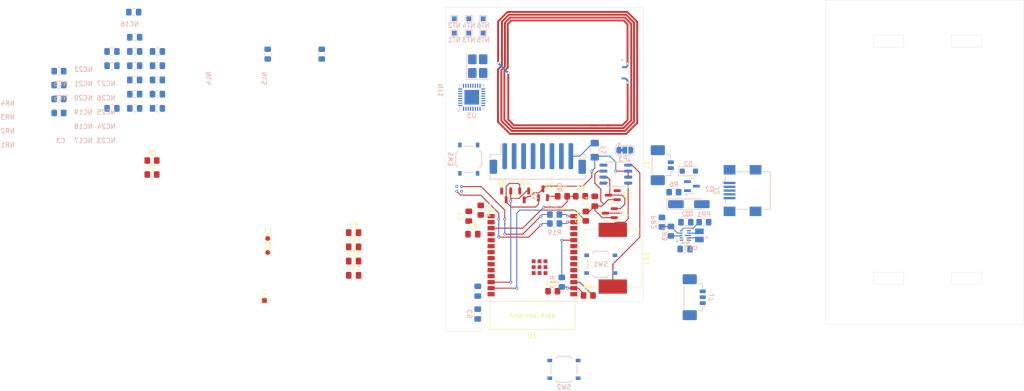
<source format=kicad_pcb>
(kicad_pcb (version 20241229) (generator "pcbnew") (generator_version "9.0")
  (layers (0 "F.Cu" signal) (2 "B.Cu" signal) (13 "F.Paste" user) (15 "B.Paste" user) (5 "F.SilkS" user "F.Silkscreen") (7 "B.SilkS" user "B.Silkscreen") (1 "F.Mask" user) (3 "B.Mask" user) (25 "Edge.Cuts" user))
  (net 0 "")
  (net 1 "Net-(D1-K)")
  (net 2 "Net-(U4-OB)")
  (net 3 "GND")
  (net 4 "Net-(U4-OA)")
  (net 5 "Net-(Q1-G)")
  (net 7 "USB_V+")
  (net 8 "Net-(U1-U0TXD{slash}GPIO16)")
  (net 9 "Net-(U1-U0RXD{slash}GPIO17)")
  (net 10 "Net-(U1-GPIO8)")
  (net 11 "+BATT")
  (net 13 "Net-(J7-Pin_1)")
  (net 15 "RFPD")
  (net 20 "Net-(NC6-Pad1)")
  (net 21 "VCC")
  (net 22 "ANT_TX1")
  (net 23 "CLK")
  (net 24 "Net-(U3-OSCIN)")
  (net 25 "SDA")
  (net 26 "MOSI")
  (net 27 "TX1")
  (net 28 "RX")
  (net 29 "Net-(U3-OSCOUT)")
  (net 30 "VMID")
  (net 31 "Net-(NC19-Pad1)")
  (net 32 "Net-(NC18-Pad1)")
  (net 33 "MISO")
  (net 34 "TX2")
  (net 35 "Net-(Q1-S)")
  (net 36 "Net-(Q4-S)")
  (net 37 "Net-(Q5-S)")
  (net 38 "Net-(U15-PG)")
  (net 39 "Net-(U15-FB)")
  (net 40 "MES")
  (net 41 "Net-(JP3-C)")
  (net 42 "PIEZO")
  (net 43 "ANT_TX2")
  (net 44 "Net-(NC19-Pad2)")
  (net 45 "Net-(NC18-Pad2)")
  (net 58 "Net-(J1-Pin_2)")
  (net 59 "KEY_SW")
  (net 60 "DND_SW")
  (net 61 "Net-(J1-Pin_1)")
  (net 62 "D+")
  (net 65 "D-")
  (net 67 "Net-(U15-L1)")
  (net 68 "Net-(U15-L2)")
  (net 69 "Net-(J1-Pin_8)")
  (net 70 "BOOT")
  (net 71 "Net-(U1-MTMS{slash}GPIO4{slash}ADC1_CH4)")
  (net 72 "Net-(C11-Pad2)")
  (net 73 "Net-(J2-D+)")
  (net 74 "Net-(J2-D-)")
  (net 75 "ENGAGE")
  (net 76 "Net-(U1-EN{slash}CHIP_PU)")
  (net 77 "Net-(U1-GPIO10)")
  (net 78 "Net-(U1-GPIO11)")
  (footprint "TestPoint:TestPoint_Pad_D1.0mm" (layer "F.Cu") (at 72.4025 94.89)
    (property "Reference" "T2")
    (property "Value" "TX")
  )
  (footprint "Resistor_SMD:R_0805_2012Metric_Pad1.20x1.40mm_HandSolder" (layer "F.Cu") (at 140.22626 106.952657)
    (property "Reference" "R9")
    (property "Value" "10K")
  )
  (footprint "Package_SO:SOP-8_3.9x4.9mm_P1.27mm" (layer "F.Cu") (at 146.05 81.28 180)
    (property "Reference" "U4" (hide yes))
    (property "Value" "L9110S")
  )
  (footprint "Ornex:TestPoint_THTPad_D0.6mm_Drill0.3mm" (layer "F.Cu") (at 113.4 84.9)
    (property "Reference" "T6" (hide yes))
    (property "Value" "VCC")
  )
  (footprint "PCM_Espressif:ESP32-C6-WROOM-1" (layer "F.Cu") (at 128.41 98.42 180)
    (property "Reference" "U1")
    (property "Value" "ESP32-C6-WROOM-1")
  )
  (footprint "Package_TO_SOT_SMD:SOT-23" (layer "F.Cu") (at 130.627484 85.32175 90)
    (property "Reference" "Q5")
    (property "Value" "Si2323")
  )
  (footprint "Capacitor_SMD:C_0805_2012Metric_Pad1.18x1.45mm_HandSolder" (layer "F.Cu") (at 90.5725 102.68)
    (property "Reference" "C12")
    (property "Value" "180pF")
  )
  (footprint "Capacitor_SMD:C_0805_2012Metric_Pad1.18x1.45mm_HandSolder" (layer "F.Cu") (at 90.5725 96.66)
    (property "Reference" "C10")
    (property "Value" "0.001u")
  )
  (footprint "Package_TO_SOT_SMD:SOT-23" (layer "F.Cu") (at 145.415 85.725 180)
    (property "Reference" "Q3")
    (property "Value" "AO3400A")
  )
  (footprint "Capacitor_SMD:C_0805_2012Metric_Pad1.18x1.45mm_HandSolder" (layer "F.Cu") (at 141.605 86.995 90)
    (property "Reference" "C4")
    (property "Value" "10nF")
  )
  (footprint "TestPoint:TestPoint_Pad_1.0x1.0mm" (layer "F.Cu") (at 71.7075 108.015)
    (property "Reference" "T7")
    (property "Value" "RES")
  )
  (footprint "Capacitor_SMD:C_0805_2012Metric_Pad1.18x1.45mm_HandSolder" (layer "F.Cu") (at 90.5725 93.65)
    (property "Reference" "C9")
    (property "Value" "0.001u")
  )
  (footprint "Package_TO_SOT_SMD:SOT-23" (layer "F.Cu") (at 144.78 89.535 180)
    (property "Reference" "Q1")
    (property "Value" "Si2323")
  )
  (footprint "Resistor_SMD:R_0805_2012Metric_Pad1.20x1.40mm_HandSolder" (layer "F.Cu") (at 132.715 106.045)
    (property "Reference" "R15")
    (property "Value" "470")
  )
  (footprint "Resistor_SMD:R_0805_2012Metric_Pad1.20x1.40mm_HandSolder" (layer "F.Cu") (at 117.475 88.9 -90)
    (property "Reference" "R16")
    (property "Value" "5K")
  )
  (footprint "Resistor_SMD:R_0805_2012Metric_Pad1.20x1.40mm_HandSolder" (layer "F.Cu") (at 134.757484 85.95675)
    (property "Reference" "R7")
    (property "Value" "10K")
  )
  (footprint "Resistor_SMD:R_0805_2012Metric_Pad1.20x1.40mm_HandSolder" (layer "F.Cu") (at 47.9075 81.345)
    (property "Reference" "R2")
    (property "Value" "10K")
  )
  (footprint "Ornex:TestPoint_THTPad_D0.6mm_Drill0.3mm" (layer "F.Cu") (at 113.4 83.9 90)
    (property "Reference" "T4" (hide yes))
    (property "Value" "D+")
  )
  (footprint "Buzzer_Beeper:Buzzer_Mallory_AST1240MLQ" (layer "F.Cu") (at 145.415 99.06 -90)
    (property "Reference" "LS1")
    (property "Value" "PKLCS1212E4001")
  )
  (footprint "Capacitor_SMD:C_0805_2012Metric_Pad1.18x1.45mm_HandSolder" (layer "F.Cu") (at 114.935 90.17 90)
    (property "Reference" "C7")
    (property "Value" "0.001u")
  )
  (footprint "Resistor_SMD:R_0805_2012Metric_Pad1.20x1.40mm_HandSolder" (layer "F.Cu") (at 47.9075 78.395)
    (property "Reference" "R1")
    (property "Value" "10K")
  )
  (footprint "Package_TO_SOT_SMD:SOT-23" (layer "F.Cu") (at 122.856234 85.7755 -90)
    (property "Reference" "Q6")
    (property "Value" "AO3400A")
  )
  (footprint "Ornex:TestPoint_THTPad_D0.6mm_Drill0.3mm" (layer "F.Cu") (at 112.4 84.9 90)
    (property "Reference" "T5" (hide yes))
    (property "Value" "D-")
  )
  (footprint "Capacitor_SMD:C_0805_2012Metric_Pad1.18x1.45mm_HandSolder" (layer "F.Cu") (at 115.8025 93.98)
    (property "Reference" "C8")
    (property "Value" "0.001u")
  )
  (footprint "Resistor_SMD:R_0805_2012Metric_Pad1.20x1.40mm_HandSolder" (layer "F.Cu") (at 138.567484 85.95675)
    (property "Reference" "R8")
    (property "Value" "10K")
  )
  (footprint "Package_TO_SOT_SMD:SOT-23" (layer "F.Cu") (at 126.666234 85.7755 -90)
    (property "Reference" "Q4")
    (property "Value" "Si2323")
  )
  (footprint "TestPoint:TestPoint_Pad_D1.0mm" (layer "F.Cu") (at 72.4025 97.855)
    (property "Reference" "T3")
    (property "Value" "RX")
  )
  (footprint "Ornex:TestPoint_THTPad_D0.6mm_Drill0.3mm" (layer "F.Cu") (at 112.4 83.9 90)
    (property "Reference" "T1" (hide yes))
    (property "Value" "GND")
  )
  (footprint "Resistor_SMD:R_0805_2012Metric_Pad1.20x1.40mm_HandSolder" (layer "F.Cu") (at 139.7 90.17 90)
    (property "Reference" "R14")
    (property "Value" "1K")
  )
  (footprint "Capacitor_SMD:C_0805_2012Metric_Pad1.18x1.45mm_HandSolder" (layer "F.Cu") (at 90.5725 99.67)
    (property "Reference" "C11")
    (property "Value" "0.001u")
  )
  (footprint "Capacitor_SMD:C_0805_2012Metric_Pad1.18x1.45mm_HandSolder" (layer "B.Cu") (at 44.25 67.35675)
    (property "Reference" "NC17")
    (property "Value" "15pF")
  )
  (footprint "TestPoint:TestPoint_Pad_1.0x1.0mm" (layer "B.Cu") (at 114.935 48.385)
    (property "Reference" "NT4")
    (property "Value" "DA")
  )
  (footprint "Capacitor_SMD:C_0805_2012Metric_Pad1.18x1.45mm_HandSolder" (layer "B.Cu") (at 49.06 58.32675)
    (property "Reference" "NC26")
    (property "Value" "100nF")
  )
  (footprint "Resistor_SMD:R_0805_2012Metric_Pad1.20x1.40mm_HandSolder" (layer "B.Cu") (at 28.21 59.47675)
    (property "Reference" "NR4")
    (property "Value" "300")
  )
  (footprint "Ornex:INDC2016X120N" (layer "B.Cu") (at 163.748224 94.237334 90)
    (property "Reference" "L1")
    (property "Value" "0.47uH")
  )
  (footprint "Resistor_SMD:R_0805_2012Metric_Pad1.20x1.40mm_HandSolder" (layer "B.Cu") (at 28.21 62.42675)
    (property "Reference" "NR3")
    (property "Value" "300")
  )
  (footprint "Button_Switch_SMD:SW_Push_1P1T_XKB_TS-1187A" (layer "B.Cu") (at 142.875 100.33)
    (property "Reference" "SW1")
    (property "Value" "RST")
  )
  (footprint "Capacitor_SMD:C_0805_2012Metric_Pad1.18x1.45mm_HandSolder" (layer "B.Cu") (at 116.84 110.877725 -90)
    (property "Reference" "C5")
    (property "Value" "10uF")
  )
  (footprint "Capacitor_SMD:C_0805_2012Metric_Pad1.18x1.45mm_HandSolder" (layer "B.Cu") (at 116.84 106.045 -90)
    (property "Reference" "C6")
    (property "Value" "100n")
  )
  (footprint "Resistor_SMD:R_0805_2012Metric_Pad1.20x1.40mm_HandSolder" (layer "B.Cu") (at 164.695 91.44 180)
    (property "Reference" "PR1")
    (property "Value" "100k")
  )
  (footprint "Capacitor_SMD:C_0805_2012Metric_Pad1.18x1.45mm_HandSolder" (layer "B.Cu") (at 44.25 64.34675)
    (property "Reference" "NC18")
    (property "Value" "15pF")
  )
  (footprint "TestPoint:TestPoint_Pad_1.0x1.0mm" (layer "B.Cu") (at 114.935 51.435)
    (property "Reference" "NT3")
    (property "Value" "MI")
  )
  (footprint "Jumper:SolderJumper-3_P1.3mm_Bridged12_RoundedPad1.0x1.5mm" (layer "B.Cu") (at 147.955 76.2)
    (property "Reference" "JP3")
    (property "Value" "PWR_CH")
  )
  (footprint "Connector_Molex:Molex_PicoBlade_53398-0271_1x02-1MP_P1.25mm_Vertical" (layer "B.Cu") (at 156.44 79.375 90)
    (property "Reference" "J3")
    (property "Value" "Usb_Pwr")
  )
  (footprint "Button_Switch_SMD:SW_Push_1P1T_XKB_TS-1187A" (layer "B.Cu") (at 135.08 122.585)
    (property "Reference" "SW2")
    (property "Value" "BOOT")
  )
  (footprint "Resistor_SMD:R_0805_2012Metric_Pad1.20x1.40mm_HandSolder" (layer "B.Cu") (at 157.71 93.345 -90)
    (property "Reference" "PR3")
    (property "Value" "100k")
  )
  (footprint "Resistor_SMD:R_0805_2012Metric_Pad1.20x1.40mm_HandSolder" (layer "B.Cu") (at 28.21 68.32675)
    (property "Reference" "NR1")
    (property "Value" "820R1")
  )
  (footprint "Capacitor_SMD:C_0805_2012Metric_Pad1.18x1.45mm_HandSolder" (layer "B.Cu") (at 44.25 55.31675)
    (property "Reference" "NC21")
    (property "Value" "180pF")
  )
  (footprint "Capacitor_SMD:C_0805_2012Metric_Pad1.18x1.45mm_HandSolder" (layer "B.Cu") (at 49.06 64.34675)
    (property "Reference" "NC24")
    (property "Value" "47pF")
  )
  (footprint "Capacitor_SMD:C_0805_2012Metric_Pad1.18x1.45mm_HandSolder" (layer "B.Cu") (at 44.25 52.30675)
    (property "Reference" "NC22")
    (property "Value" "10pF")
  )
  (footprint "Resistor_SMD:R_0805_2012Metric_Pad1.20x1.40mm_HandSolder" (layer "B.Cu") (at 133.112 89.8144 180)
    (property "Reference" "R18")
    (property "Value" "22")
  )
  (footprint "TestPoint:TestPoint_Pad_1.0x1.0mm" (layer "B.Cu") (at 111.885 51.435)
    (property "Reference" "NT1")
    (property "Value" "CLK")
  )
  (footprint "Capacitor_SMD:C_0805_2012Metric_Pad1.18x1.45mm_HandSolder" (layer "B.Cu") (at 44.25 61.33675)
    (property "Reference" "NC19")
    (property "Value" "15pF")
  )
  (footprint "Package_SO:SOP-8_3.9x4.9mm_P1.27mm" (layer "B.Cu") (at 146.05 81.28 180)
    (property "Reference" "U2" (hide yes))
    (property "Value" "L9110S")
  )
  (footprint "Capacitor_SMD:C_0805_2012Metric_Pad1.18x1.45mm_HandSolder" (layer "B.Cu") (at 49.06 61.33675)
    (property "Reference" "NC25")
    (property "Value" "47pF")
  )
  (footprint "Crystal:Crystal_SMD_3225-4Pin_3.2x2.5mm_HandSoldering" (layer "B.Cu") (at 116.84 58.42 90)
    (property "Reference" "NY1")
    (property "Value" "27M12")
  )
  (footprint "Resistor_SMD:R_0805_2012Metric_Pad1.20x1.40mm_HandSolder" (layer "B.Cu") (at 28.21 65.37675)
    (property "Reference" "NR2")
    (property "Value" "5K1")
  )
  (footprint "Diode_SMD:D_SOD-123F" (layer "B.Cu") (at 161.52 80.645)
    (property "Reference" "D2")
    (property "Value" "1N4001W")
  )
  (footprint "TestPoint:TestPoint_Pad_1.0x1.0mm" (layer "B.Cu") (at 111.885 48.385)
    (property "Reference" "NT2")
    (property "Value" "MO")
  )
  (footprint "Connector_USB:USB_Mini-B_Wuerth_65100516121_Horizontal" (layer "B.Cu") (at 172.72 84.75 -90)
    (property "Reference" "J2")
    (property "Value" "USB_B_Mini")
  )
  (footprint "Button_Switch_SMD:SW_Push_1P1T_XKB_TS-1187A" (layer "B.Cu") (at 114.935 78.105 90)
    (property "Reference" "SW3")
    (property "Value" "NT_RST")
  )
  (footprint "Resistor_SMD:R_0805_2012Metric_Pad1.20x1.40mm_HandSolder" (layer "B.Cu") (at 158.345 85.09 180)
    (property "Reference" "R6")
    (property "Value" "1k")
  )
  (footprint "Resistor_SMD:R_0805_2012Metric_Pad1.20x1.40mm_HandSolder" (layer "B.Cu") (at 134.62 104.14 90)
    (property "Reference" "R17")
    (property "Value" "10K")
  )
  (footprint "Capacitor_SMD:C_0805_2012Metric_Pad1.18x1.45mm_HandSolder" (layer "B.Cu") (at 49.06 55.31675)
    (property "Reference" "NC27")
    (property "Value" "100nF")
  )
  (footprint "Package_TO_SOT_SMD:SOT-23" (layer "B.Cu") (at 162.155 83.82)
    (property "Reference" "Q2")
    (property "Value" "Si2323")
  )
  (footprint "Inductor_SMD:L_0805_2012Metric_Pad1.15x1.40mm_HandSolder" (layer "B.Cu") (at 83.82 55.88 -90)
    (property "Reference" "NL5")
    (property "Value" "22uH")
  )
  (footprint "Inductor_SMD:L_0805_2012Metric_Pad1.15x1.40mm_HandSolder" (layer "B.Cu") (at 72.39 55.88 -90)
    (property "Reference" "NL4")
    (property "Value" "22uH")
  )
  (footprint "TestPoint:TestPoint_Pad_1.0x1.0mm" (layer "B.Cu") (at 117.985 48.385)
    (property "Reference" "NT6")
    (property "Value" "GND")
  )
  (footprint "Capacitor_SMD:C_0805_2012Metric_Pad1.18x1.45mm_HandSolder" (layer "B.Cu") (at 39.44 58.32675)
    (property "Reference" "NC5")
    (property "Value" "100nF")
  )
  (footprint "Capacitor_SMD:C_0805_2012Metric_Pad1.18x1.45mm_HandSolder" (layer "B.Cu") (at 44.0475 46.99)
    (property "Reference" "NC16")
    (property "Value" "15pF")
  )
  (footprint "Capacitor_SMD:C_0805_2012Metric_Pad1.18x1.45mm_HandSolder" (layer "B.Cu") (at 160.703931 97.118561 180)
    (property "Reference" "C1")
    (property "Value" "10uF")
  )
  (footprint "Connector_Molex:Molex_PicoBlade_53398-0371_1x03-1MP_P1.25mm_Vertical" (layer "B.Cu") (at 163.195 107.315 90)
    (property "Reference" "J7")
    (property "Value" "Servo")
  )
  (footprint "Capacitor_SMD:C_0805_2012Metric_Pad1.18x1.45mm_HandSolder" (layer "B.Cu") (at 39.44 67.35675)
    (property "Reference" "C3")
    (property "Value" "180pF")
  )
  (footprint "TestPoint:TestPoint_Pad_1.0x1.0mm" (layer "B.Cu") (at 117.985 51.435)
    (property "Reference" "NT5")
    (property "Value" "3V3")
  )
  (footprint "Connector_JST:JST_PH_B8B-PH-SM4-TB_1x08-1MP_P2.00mm_Vertical" (layer "B.Cu") (at 129.54 77.97)
    (property "Reference" "J1")
    (property "Value" "JST_B8B")
  )
  (footprint "Resistor_SMD:R_0805_2012Metric_Pad1.20x1.40mm_HandSolder" (layer "B.Cu") (at 155.805 91.44 -90)
    (property "Reference" "PR2")
    (property "Value" "560k")
  )
  (footprint "Fuse:Fuse_1206_3216Metric_Pad1.42x1.75mm_HandSolder" (layer "B.Cu") (at 141.605 76.2 90)
    (property "Reference" "F1")
    (property "Value" "Polyfuse")
  )
  (footprint "Diode_SMD:D_MiniMELF_Handsoldering" (layer "B.Cu") (at 161.52 87.63)
    (property "Reference" "D1")
    (property "Value" "BZV55\n-C7V5")
  )
  (footprint "Package_DFN_QFN:HVQFN-32-1EP_5x5mm_P0.5mm_EP3.1x3.1mm" (layer "B.Cu") (at 115.57 65.01)
    (property "Reference" "U3")
    (property "Value" "MFRC522/RC522")
  )
  (footprint "Capacitor_SMD:C_0805_2012Metric_Pad1.18x1.45mm_HandSolder" (layer "B.Cu") (at 44.25 58.32675)
    (property "Reference" "NC20")
    (property "Value" "180pF")
  )
  (footprint "Capacitor_SMD:C_0805_2012Metric_Pad1.18x1.45mm_HandSolder" (layer "B.Cu") (at 49.06 67.35675)
    (property "Reference" "NC23")
    (property "Value" "10pF")
  )
  (footprint "Ornex:TPS63802DLAR" (layer "B.Cu") (at 160.77 94.26)
    (property "Reference" "U15")
    (property "Value" "TPS63802DLAR")
  )
  (footprint "Capacitor_SMD:C_0805_2012Metric_Pad1.18x1.45mm_HandSolder" (layer "B.Cu") (at 39.44 55.31675)
    (property "Reference" "NC6")
    (property "Value" "100nF")
  )
  (footprint "Capacitor_SMD:C_0805_2012Metric_Pad1.18x1.45mm_HandSolder" (layer "B.Cu") (at 160.885 91.44 180)
    (property "Reference" "C2")
    (property "Value" "22uF")
  )
  (footprint "Resistor_SMD:R_0805_2012Metric_Pad1.20x1.40mm_HandSolder" (layer "B.Cu") (at 133.112 91.7194 180)
    (property "Reference" "R19")
    (property "Value" "22")
  )
  (gr_poly (pts (xy 117.550315 108.145792) (xy 117.550315 114.495792) (xy 109.930315 114.495792) (xy 109.930315 45.915792) (xy 151.840315 45.915792) (xy 151.840315 108.145792)) (stroke (width 0.05)) (fill no) (layer "Edge.Cuts"))
  (gr_rect (start 217.08 102.01) (end 223.45 104.58) (stroke (width 0.05)) (fill no) (layer "Edge.Cuts"))
  (gr_rect (start 217.08 51.82) (end 223.45 54.39) (stroke (width 0.05)) (fill no) (layer "Edge.Cuts"))
  (gr_poly (pts (xy 232.41 99.695) (xy 232.41 113.03) (xy 190.5 113.03) (xy 190.5 44.45) (xy 232.41 44.45) (xy 232.41 99.695)) (stroke (width 0.05)) (fill no) (layer "Edge.Cuts"))
  (gr_rect (start 200.58 51.84) (end 206.95 54.41) (stroke (width 0.05)) (fill no) (layer "Edge.Cuts"))
  (gr_rect (start 200.57 102.01) (end 206.94 104.58) (stroke (width 0.05)) (fill no) (layer "Edge.Cuts"))
  (segment (start 147.4075 57.0925) (end 147.43 57.07) (width 0.2) (layer "B.Cu") (net 0))
  (segment (start 121.12 59.1) (end 121.12 70.22) (width 0.4) (layer "F.Cu") (net 2))
  (segment (start 147.44 70.94) (end 148.1 70.28) (width 0.4) (layer "F.Cu") (net 2))
  (segment (start 151.13 94.615) (end 151.13 81.005001) (width 0.2) (layer "F.Cu") (net 2))
  (segment (start 149.499999 79.375) (end 148.675 79.375) (width 0.2) (layer "F.Cu") (net 2))
  (segment (start 122.59 58.5) (end 121.83 59.26) (width 0.4) (layer "F.Cu") (net 2))
  (segment (start 121.83 59.26) (end 121.83 69.97) (width 0.4) (layer "F.Cu") (net 2))
  (segment (start 148.23 47.55) (end 123.44 47.55) (width 0.4) (layer "F.Cu") (net 2))
  (segment (start 141.9 70.94) (end 144.25 70.94) (width 0.4) (layer "F.Cu") (net 2))
  (segment (start 148.55 69.83) (end 148.1 70.28) (width 0.4) (layer "F.Cu") (net 2))
  (segment (start 148.53 57.9) (end 148.53 49.59) (width 0.4) (layer "F.Cu") (net 2))
  (segment (start 123.99 72.13) (end 147.97 72.13) (width 0.4) (layer "F.Cu") (net 2))
  (segment (start 122.59 49.28) (end 122.59 58.5) (width 0.4) (layer "F.Cu") (net 2))
  (segment (start 149.07 48.39) (end 148.23 47.55) (width 0.4) (layer "F.Cu") (net 2))
  (segment (start 122.46 59.48) (end 122.46 69.76) (width 0.4) (layer "F.Cu") (net 2))
  (segment (start 149.91 70.19) (end 149.91 49.23) (width 0.4) (layer "F.Cu") (net 2))
  (segment (start 123.97 48.75) (end 123.19 49.53) (width 0.4) (layer "F.Cu") (net 2))
  (segment (start 149.35 47.84) (end 148.46 46.95) (width 0.4) (layer "F.Cu") (net 2))
  (segment (start 148.53 49.59) (end 147.69 48.75) (width 0.4) (layer "F.Cu") (net 2))
  (segment (start 148.55 61.9) (end 148.55 69.83) (width 0.4) (layer "F.Cu") (net 2))
  (segment (start 121.83 69.97) (end 123.99 72.13) (width 0.4) (layer "F.Cu") (net 2))
  (segment (start 121.12 70.22) (end 123.66 72.76) (width 0.4) (layer "F.Cu") (net 2))
  (segment (start 121.15 48.96) (end 121.15 57.66) (width 0.4) (layer "F.Cu") (net 2))
  (segment (start 122.46 69.76) (end 124.24 71.54) (width 0.4) (layer "F.Cu") (net 2))
  (segment (start 150.57 70.44) (end 150.57 49.06) (width 0.4) (layer "F.Cu") (net 2))
  (segment (start 123.66 72.76) (end 148.25 72.76) (width 0.4) (layer "F.Cu") (net 2))
  (segment (start 121.96 49.03) (end 121.96 58.24) (width 0.4) (layer "F.Cu") (net 2))
  (segment (start 123.72 48.15) (end 122.59 49.28) (width 0.4) (layer "F.Cu") (net 2))
  (segment (start 150.57 49.06) (end 149.35 47.84) (width 0.4) (layer "F.Cu") (net 2))
  (segment (start 149.33 69.91) (end 149.33 49.53) (width 0.4) (layer "F.Cu") (net 2))
  (segment (start 151.13 81.005001) (end 149.499999 79.375) (width 0.2) (layer "F.Cu") (net 2))
  (segment (start 148.46 46.95) (end 123.16 46.95) (width 0.4) (layer "F.Cu") (net 2))
  (segment (start 123.16 46.95) (end 121.15 48.96) (width 0.4) (layer "F.Cu") (net 2))
  (segment (start 144.25 70.94) (end 147.44 70.94) (width 0.4) (layer "F.Cu") (net 2))
  (segment (start 124.5 70.94) (end 123.3 69.74) (width 0.4) (layer "F.Cu") (net 2))
  (segment (start 147.69 48.75) (end 123.97 48.75) (width 0.4) (layer "F.Cu") (net 2))
  (segment (start 147.95 48.15) (end 123.72 48.15) (width 0.4) (layer "F.Cu") (net 2))
  (segment (start 123.44 47.55) (end 121.96 49.03) (width 0.4) (layer "F.Cu") (net 2))
  (segment (start 140.63 70.94) (end 141.9 70.94) (width 0.4) (layer "F.Cu") (net 2))
  (segment (start 148.25 72.76) (end 150.57 70.44) (width 0.4) (layer "F.Cu") (net 2))
  (segment (start 123.3 69.74) (end 123.3 59.86) (width 0.4) (layer "F.Cu") (net 2))
  (segment (start 145.415 100.33) (end 151.13 94.615) (width 0.2) (layer "F.Cu") (net 2))
  (segment (start 145.415 105.695) (end 145.415 100.33) (width 0.2) (layer "F.Cu") (net 2))
  (segment (start 147.7 71.54) (end 149.33 69.91) (width 0.4) (layer "F.Cu") (net 2))
  (segment (start 147.97 72.13) (end 149.91 70.19) (width 0.4) (layer "F.Cu") (net 2))
  (segment (start 141.9 70.94) (end 124.5 70.94) (width 0.4) (layer "F.Cu") (net 2))
  (segment (start 144.25 70.94) (end 144.9 70.94) (width 0.4) (layer "F.Cu") (net 2))
  (segment (start 124.24 71.54) (end 147.7 71.54) (width 0.4) (layer "F.Cu") (net 2))
  (segment (start 121.95 58.27) (end 121.12 59.1) (width 0.4) (layer "F.Cu") (net 2))
  (segment (start 123.19 49.53) (end 123.19 58.75) (width 0.4) (layer "F.Cu") (net 2))
  (segment (start 123.19 58.75) (end 122.46 59.48) (width 0.4) (layer "F.Cu") (net 2))
  (segment (start 149.33 49.53) (end 147.95 48.15) (width 0.4) (layer "F.Cu") (net 2))
  (segment (start 149.91 49.23) (end 149.07 48.39) (width 0.4) (layer "F.Cu") (net 2))
  (via (at 148.53 57.9) (size 0.5) (drill 0.4) (layers "F.Cu" "B.Cu") (net 2))
  (via (at 148.55 61.9) (size 0.5) (drill 0.4) (layers "F.Cu" "B.Cu") (net 2))
  (via (at 123.3 59.86) (size 0.5) (drill 0.4) (layers "F.Cu" "B.Cu") (net 2))
  (via (at 121.14 57.7) (size 0.5) (drill 0.4) (layers "F.Cu" "B.Cu") (net 2))
  (segment (start 148.2 58.65) (end 147.55 58.65) (width 0.4) (layer "B.Cu") (net 2))
  (segment (start 148.55 61.47) (end 148.1 61.02) (width 0.4) (layer "B.Cu") (net 2))
  (segment (start 148.53 58.32) (end 148.2 58.65) (width 0.4) (layer "B.Cu") (net 2))
  (segment (start 123.26 59.87) (end 121.14 57.75) (width 0.4) (layer "B.Cu") (net 2))
  (segment (start 148.53 57.9) (end 148.53 58.32) (width 0.4) (layer "B.Cu") (net 2))
  (segment (start 148.1 61.02) (end 147.43 61.02) (width 0.4) (layer "B.Cu") (net 2))
  (segment (start 148.55 61.9) (end 148.55 61.47) (width 0.4) (layer "B.Cu") (net 2))
  (segment (start 157.71 94.345) (end 159.785 94.345) (width 0.2) (layer "B.Cu") (net 3))
  (segment (start 159.785 94.345) (end 159.87 94.26) (width 0.2) (layer "B.Cu") (net 3))
  (segment (start 144.145 92.425) (end 145.415 93.695) (width 0.2) (layer "F.Cu") (net 4))
  (segment (start 145.415 92.075) (end 146.05 91.44) (width 0.2) (layer "F.Cu") (net 4))
  (segment (start 145.415 93.695) (end 145.415 92.075) (width 0.2) (layer "F.Cu") (net 4))
  (segment (start 148.675 83.185) (end 148.675 90.72) (width 0.2) (layer "F.Cu") (net 4))
  (segment (start 148.675 90.72) (end 147.955 91.44) (width 0.2) (layer "F.Cu") (net 4))
  (segment (start 147.955 91.44) (end 146.05 91.44) (width 0.2) (layer "F.Cu") (net 4))
  (segment (start 142.875 86.995) (end 143.51 87.63) (width 0.2) (layer "F.Cu") (net 5))
  (segment (start 143.1075 88.0325) (end 143.51 87.63) (width 0.2) (layer "F.Cu") (net 5))
  (segment (start 139.7 89.17) (end 140.4675 89.17) (width 0.2) (layer "F.Cu") (net 5))
  (segment (start 145.7175 90.485) (end 143.19 90.485) (width 0.2) (layer "F.Cu") (net 5))
  (segment (start 144.465 86.675) (end 145.7175 86.675) (width 0.2) (layer "F.Cu") (net 5))
  (segment (start 143.425 80.645) (end 142.24 80.645) (width 0.2) (layer "F.Cu") (net 5))
  (segment (start 141.605 81.28) (end 141.605 83.185) (width 0.2) (layer "F.Cu") (net 5))
  (segment (start 140.4675 89.17) (end 141.605 88.0325) (width 0.2) (layer "F.Cu") (net 5))
  (segment (start 141.605 83.185) (end 142.875 84.455) (width 0.2) (layer "F.Cu") (net 5))
  (segment (start 143.51 87.63) (end 144.465 86.675) (width 0.2) (layer "F.Cu") (net 5))
  (segment (start 141.605 88.0325) (end 143.1075 88.0325) (width 0.2) (layer "F.Cu") (net 5))
  (segment (start 142.875 84.455) (end 142.875 86.995) (width 0.2) (layer "F.Cu") (net 5))
  (segment (start 143.19 90.485) (end 141.605 88.9) (width 0.2) (layer "F.Cu") (net 5))
  (segment (start 142.24 80.645) (end 141.605 81.28) (width 0.2) (layer "F.Cu") (net 5))
  (segment (start 141.605 88.9) (end 141.605 88.0325) (width 0.2) (layer "F.Cu") (net 5))
  (segment (start 134.62 95.25) (end 137.16 95.25) (width 0.2) (layer "F.Cu") (net 10))
  (via (at 134.62 95.25) (size 0.6) (drill 0.3) (layers "F.Cu" "B.Cu") (net 10))
  (segment (start 134.62 103.14) (end 134.62 95.25) (width 0.2) (layer "B.Cu") (net 10))
  (segment (start 148.675 81.915) (end 148.675 80.645) (width 0.2) (layer "F.Cu") (net 11))
  (segment (start 139.065 83.82) (end 140.97 81.915) (width 0.2) (layer "F.Cu") (net 11))
  (segment (start 126.666234 86.713) (end 127.372234 86.007) (width 0.2) (layer "F.Cu") (net 11))
  (segment (start 131.191734 83.82) (end 139.065 83.82) (width 0.2) (layer "F.Cu") (net 11))
  (segment (start 130.627484 84.38425) (end 131.191734 83.82) (width 0.2) (layer "F.Cu") (net 11))
  (segment (start 146.05 80.645) (end 148.675 80.645) (width 0.2) (layer "F.Cu") (net 11))
  (segment (start 128.684016 85.22075) (end 127.897766 86.007) (width 0.2) (layer "F.Cu") (net 11))
  (segment (start 129.790984 85.22075) (end 130.627484 84.38425) (width 0.2) (layer "F.Cu") (net 11))
  (segment (start 129.790984 85.22075) (end 128.684016 85.22075) (width 0.2) (layer "F.Cu") (net 11))
  (segment (start 127.897766 86.007) (end 127.372234 86.007) (width 0.2) (layer "F.Cu") (net 11))
  (segment (start 140.97 81.915) (end 140.97 80.645) (width 0.2) (layer "F.Cu") (net 11))
  (via (at 146.05 80.645) (size 0.6) (drill 0.3) (layers "F.Cu" "B.Cu") (net 11))
  (via (at 140.97 80.645) (size 0.6) (drill 0.3) (layers "F.Cu" "B.Cu") (net 11))
  (segment (start 141.605 77.6875) (end 141.605 80.01) (width 0.2) (layer "B.Cu") (net 11))
  (segment (start 144.78 77.47) (end 141.8225 77.47) (width 0.2) (layer "B.Cu") (net 11))
  (segment (start 146.05 78.74) (end 144.78 77.47) (width 0.2) (layer "B.Cu") (net 11))
  (segment (start 141.605 80.01) (end 140.97 80.645) (width 0.2) (layer "B.Cu") (net 11))
  (segment (start 146.05 80.645) (end 146.05 78.74) (width 0.2) (layer "B.Cu") (net 11))
  (segment (start 141.8225 77.47) (end 141.605 77.6875) (width 0.2) (layer "B.Cu") (net 11))
  (segment (start 139.22626 106.952657) (end 139.22626 106.52626) (width 0.2) (layer "F.Cu") (net 21))
  (segment (start 143.8425 89.535) (end 147.32 89.535) (width 0.2) (layer "F.Cu") (net 21))
  (segment (start 138.11 105.41) (end 137.16 105.41) (width 0.2) (layer "F.Cu") (net 21))
  (segment (start 135.89 105.41) (end 137.16 105.41) (width 0.2) (layer "F.Cu") (net 21))
  (segment (start 139.22626 106.52626) (end 138.11 105.41) (width 0.2) (layer "F.Cu") (net 21))
  (via (at 135.89 105.41) (size 0.6) (drill 0.3) (layers "F.Cu" "B.Cu") (net 21))
  (segment (start 134.62 105.14) (end 135.62 105.14) (width 0.2) (layer "B.Cu") (net 21))
  (segment (start 135.62 105.14) (end 135.89 105.41) (width 0.2) (layer "B.Cu") (net 21))
  (segment (start 143.425 81.915) (end 144.249999 81.915) (width 0.2) (layer "F.Cu") (net 35))
  (segment (start 144.78 82.445001) (end 144.78 85.4225) (width 0.2) (layer "F.Cu") (net 35))
  (segment (start 144.249999 81.915) (end 144.78 82.445001) (width 0.2) (layer "F.Cu") (net 35))
  (segment (start 147.955 87.63) (end 147 88.585) (width 0.2) (layer "F.Cu") (net 35))
  (segment (start 144.4775 85.725) (end 147.32 85.725) (width 0.2) (layer "F.Cu") (net 35))
  (segment (start 147.955 86.36) (end 147.955 87.63) (width 0.2) (layer "F.Cu") (net 35))
  (segment (start 147.32 85.725) (end 147.955 86.36) (width 0.2) (layer "F.Cu") (net 35))
  (segment (start 145.7175 88.585) (end 147 88.585) (width 0.2) (layer "F.Cu") (net 35))
  (segment (start 144.78 85.4225) (end 144.4775 85.725) (width 0.2) (layer "F.Cu") (net 35))
  (segment (start 129.076484 88.231) (end 123.89175 88.231) (width 0.2) (layer "F.Cu") (net 36))
  (segment (start 122.856234 86.713) (end 122.856234 83.8705) (width 0.2) (layer "F.Cu") (net 36))
  (segment (start 125.716234 83.5555) (end 125.716234 84.838) (width 0.2) (layer "F.Cu") (net 36))
  (segment (start 123.89175 88.231) (end 122.856234 87.195484) (width 0.2) (layer "F.Cu") (net 36))
  (segment (start 129.677484 86.25925) (end 129.677484 87.63) (width 0.2) (layer "F.Cu") (net 36))
  (segment (start 123.491234 83.2355) (end 125.396234 83.2355) (width 0.2) (layer "F.Cu") (net 36))
  (segment (start 122.856234 87.195484) (end 122.856234 86.713) (width 0.2) (layer "F.Cu") (net 36))
  (segment (start 125.396234 83.2355) (end 125.716234 83.5555) (width 0.2) (layer "F.Cu") (net 36))
  (segment (start 122.856234 83.8705) (end 123.491234 83.2355) (width 0.2) (layer "F.Cu") (net 36))
  (segment (start 129.677484 87.63) (end 129.076484 88.231) (width 0.2) (layer "F.Cu") (net 36))
  (segment (start 133.757484 85.95675) (end 131.879984 85.95675) (width 0.2) (layer "F.Cu") (net 37))
  (segment (start 131.879984 85.95675) (end 131.577484 86.25925) (width 0.2) (layer "F.Cu") (net 37))
  (segment (start 162.425 92.71) (end 160.42 92.71) (width 0.2) (layer "B.Cu") (net 38))
  (segment (start 163.695 91.44) (end 162.425 92.71) (width 0.2) (layer "B.Cu") (net 38))
  (segment (start 160.42 92.71) (end 159.87 93.26) (width 0.2) (layer "B.Cu") (net 38))
  (segment (start 157.71 92.345) (end 155.9 92.345) (width 0.2) (layer "B.Cu") (net 39))
  (segment (start 159.125 93.76) (end 159.87 93.76) (width 0.2) (layer "B.Cu") (net 39))
  (segment (start 157.71 92.345) (end 159.125 93.76) (width 0.2) (layer "B.Cu") (net 39))
  (segment (start 155.9 92.345) (end 155.805 92.44) (width 0.2) (layer "B.Cu") (net 39))
  (segment (start 135.757484 85.95675) (end 135.757484 87.127516) (width 0.2) (layer "F.Cu") (net 40))
  (segment (start 137.567484 85.95675) (end 135.757484 85.95675) (width 0.2) (layer "F.Cu") (net 40))
  (segment (start 135.757484 87.127516) (end 134.62 88.265) (width 0.2) (layer "F.Cu") (net 40))
  (segment (start 134.62 88.265) (end 130.81 88.265) (width 0.2) (layer "F.Cu") (net 40))
  (segment (start 125.095 105.41) (end 119.66 105.41) (width 0.2) (layer "F.Cu") (net 40))
  (via (at 125.095 105.41) (size 0.6) (drill 0.3) (layers "F.Cu" "B.Cu") (net 40))
  (via (at 130.81 88.265) (size 0.6) (drill 0.3) (layers "F.Cu" "B.Cu") (net 40))
  (segment (start 130.175 88.9) (end 130.81 88.265) (width 0.2) (layer "B.Cu") (net 40))
  (segment (start 125.095 105.41) (end 125.095 89.535) (width 0.2) (layer "B.Cu") (net 40))
  (segment (start 125.73 88.9) (end 130.175 88.9) (width 0.2) (layer "B.Cu") (net 40))
  (segment (start 125.095 89.535) (end 125.73 88.9) (width 0.2) (layer "B.Cu") (net 40))
  (segment (start 138.211 89.419) (end 137.949 89.419) (width 0.2) (layer "F.Cu") (net 42))
  (segment (start 130.175 88.9) (end 126.365 92.71) (width 0.2) (layer "F.Cu") (net 42))
  (segment (start 122.853631 92.71) (end 122.743792 92.71) (width 0.2) (layer "F.Cu") (net 42))
  (segment (start 137.949 89.419) (end 137.43 88.9) (width 0.2) (layer "F.Cu") (net 42))
  (segment (start 126.365 92.71) (end 122.853631 92.71) (width 0.2) (layer "F.Cu") (net 42))
  (segment (start 139.7 91.17) (end 138.211 89.681) (width 0.2) (layer "F.Cu") (net 42))
  (segment (start 137.43 88.9) (end 130.175 88.9) (width 0.2) (layer "F.Cu") (net 42))
  (segment (start 138.211 89.681) (end 138.211 89.419) (width 0.2) (layer "F.Cu") (net 42))
  (segment (start 122.743792 92.71) (end 119.66 92.71) (width 0.2) (layer "F.Cu") (net 42))
  (segment (start 135.89 90.17) (end 137.16 90.17) (width 0.2) (layer "F.Cu") (net 62))
  (via (at 135.89 90.17) (size 0.6) (drill 0.3) (layers "F.Cu" "B.Cu") (net 62))
  (segment (start 134.112 89.8144) (end 135.5344 89.8144) (width 0.2) (layer "B.Cu") (net 62))
  (segment (start 135.5344 89.8144) (end 135.89 90.17) (width 0.2) (layer "B.Cu") (net 62))
  (segment (start 137.16 91.44) (end 135.89 91.44) (width 0.2) (layer "F.Cu") (net 65))
  (segment (start 137.16 91.44) (end 137.795 91.44) (width 0.2) (layer "F.Cu") (net 65))
  (via (at 135.89 91.44) (size 0.6) (drill 0.3) (layers "F.Cu" "B.Cu") (net 65))
  (segment (start 135.6106 91.7194) (end 135.89 91.44) (width 0.2) (layer "B.Cu") (net 65))
  (segment (start 134.112 91.7194) (end 135.6106 91.7194) (width 0.2) (layer "B.Cu") (net 65))
  (segment (start 163.748224 95.097334) (end 163.41089 94.76) (width 0.2) (layer "B.Cu") (net 67))
  (segment (start 163.41089 94.76) (end 161.52 94.76) (width 0.2) (layer "B.Cu") (net 67))
  (segment (start 163.365558 93.76) (end 161.52 93.76) (width 0.2) (layer "B.Cu") (net 68))
  (segment (start 163.748224 93.377334) (end 163.365558 93.76) (width 0.2) (layer "B.Cu") (net 68))
  (segment (start 141.1875 74.7125) (end 138.43 77.47) (width 0.2) (layer "B.Cu") (net 69))
  (segment (start 141.605 74.7125) (end 141.1875 74.7125) (width 0.2) (layer "B.Cu") (net 69))
  (segment (start 138.43 77.47) (end 136.54 77.47) (width 0.2) (layer "B.Cu") (net 69))
  (segment (start 126.867895 93.477105) (end 126.365 93.98) (width 0.2) (layer "F.Cu") (net 73))
  (segment (start 113.4 83.9) (end 117.555 83.9) (width 0.2) (layer "F.Cu") (net 73))
  (segment (start 117.555 83.9) (end 122.555 88.9) (width 0.2) (layer "F.Cu") (net 73))
  (segment (start 126.365 93.98) (end 122.555 93.98) (width 0.2) (layer "F.Cu") (net 73))
  (segment (start 127.320981 93.024019) (end 126.867895 93.477105) (width 0.2) (layer "F.Cu") (net 73))
  (segment (start 130.175 90.17) (end 127.320981 93.024019) (width 0.2) (layer "F.Cu") (net 73))
  (segment (start 122.555 88.9) (end 122.555 90.805) (width 0.2) (layer "F.Cu") (net 73))
  (via (at 122.555 93.98) (size 0.6) (drill 0.3) (layers "F.Cu" "B.Cu") (net 73))
  (via (at 122.555 90.805) (size 0.6) (drill 0.3) (layers "F.Cu" "B.Cu") (net 73))
  (via (at 130.175 90.17) (size 0.6) (drill 0.3) (layers "F.Cu" "B.Cu") (net 73))
  (segment (start 130.175 90.17) (end 130.5306 89.8144) (width 0.2) (layer "B.Cu") (net 73))
  (segment (start 122.555 90.805) (end 122.555 91.619551) (width 0.2) (layer "B.Cu") (net 73))
  (segment (start 122.555 91.90676) (end 122.555 91.825499) (width 0.2) (layer "B.Cu") (net 73))
  (segment (start 122.555 91.714541) (end 122.555 91.619551) (width 0.2) (layer "B.Cu") (net 73))
  (segment (start 130.5306 89.8144) (end 132.112 89.8144) (width 0.2) (layer "B.Cu") (net 73))
  (segment (start 122.555 92.016599) (end 122.555 91.90676) (width 0.2) (layer "B.Cu") (net 73))
  (segment (start 122.555 93.98) (end 122.555 92.016599) (width 0.2) (layer "B.Cu") (net 73))
  (segment (start 122.555 91.825499) (end 122.555 91.714541) (width 0.2) (layer "B.Cu") (net 73))
  (segment (start 121.285 89.535) (end 121.285 90.805) (width 0.2) (layer "F.Cu") (net 74))
  (segment (start 128.307474 93.942525) (end 128.50689 93.74311) (width 0.2) (layer "F.Cu") (net 74))
  (segment (start 121.285 94.615) (end 127.635 94.615) (width 0.2) (layer "F.Cu") (net 74))
  (segment (start 113.225 85.725) (end 117.475 85.725) (width 0.2) (layer "F.Cu") (net 74))
  (segment (start 112.4 84.9) (end 113.225 85.725) (width 0.2) (layer "F.Cu") (net 74))
  (segment (start 127.847855 94.402145) (end 128.307474 93.942525) (width 0.2) (layer "F.Cu") (net 74))
  (segment (start 117.475 85.725) (end 121.285 89.535) (width 0.2) (layer "F.Cu") (net 74))
  (segment (start 128.50689 93.74311) (end 130.175 92.075) (width 0.2) (layer "F.Cu") (net 74))
  (segment (start 127.635 94.615) (end 127.847855 94.402145) (width 0.2) (layer "F.Cu") (net 74))
  (via (at 130.175 92.075) (size 0.6) (drill 0.3) (layers "F.Cu" "B.Cu") (net 74))
  (via (at 121.285 90.805) (size 0.6) (drill 0.3) (layers "F.Cu" "B.Cu") (net 74))
  (via (at 121.285 94.615) (size 0.6) (drill 0.3) (layers "F.Cu" "B.Cu") (net 74))
  (segment (start 121.285 91.75685) (end 121.285 91.871265) (width 0.2) (layer "B.Cu") (net 74))
  (segment (start 121.285 92.191629) (end 121.285 91.961679) (width 0.2) (layer "B.Cu") (net 74))
  (segment (start 130.5306 91.7194) (end 132.112 91.7194) (width 0.2) (layer "B.Cu") (net 74))
  (segment (start 121.285 90.805) (end 121.285 91.733967) (width 0.2) (layer "B.Cu") (net 74))
  (segment (start 121.285 91.733967) (end 121.285 91.75685) (width 0.2) (layer "B.Cu") (net 74))
  (segment (start 121.285 91.961679) (end 121.285 91.871265) (width 0.2) (layer "B.Cu") (net 74))
  (segment (start 130.175 92.075) (end 130.5306 91.7194) (width 0.2) (layer "B.Cu") (net 74))
  (segment (start 121.285 94.615) (end 121.285 92.191629) (width 0.2) (layer "B.Cu") (net 74))
  (segment (start 123.825 86.995) (end 123.825 86.4105) (width 0.2) (layer "F.Cu") (net 75))
  (segment (start 123.825 104.14) (end 119.66 104.14) (width 0.2) (layer "F.Cu") (net 75))
  (segment (start 123.825 86.4105) (end 123.806234 86.4105) (width 0.2) (layer "F.Cu") (net 75))
  (segment (start 127.161766 84.838) (end 125.589266 86.4105) (width 0.2) (layer "F.Cu") (net 75))
  (segment (start 127.616234 84.838) (end 127.161766 84.838) (width 0.2) (layer "F.Cu") (net 75))
  (segment (start 125.589266 86.4105) (end 123.825 86.4105) (width 0.2) (layer "F.Cu") (net 75))
  (segment (start 123.806234 84.838) (end 123.806234 86.4105) (width 0.2) (layer "F.Cu") (net 75))
  (via (at 123.825 104.14) (size 0.6) (drill 0.3) (layers "F.Cu" "B.Cu") (net 75))
  (via (at 123.825 86.995) (size 0.6) (drill 0.3) (layers "F.Cu" "B.Cu") (net 75))
  (segment (start 123.825 104.14) (end 123.825 86.995) (width 0.2) (layer "B.Cu") (net 75))
  (segment (start 138.413603 104.14) (end 137.16 104.14) (width 0.2) (layer "F.Cu") (net 76))
  (segment (start 141.22626 106.952657) (end 138.413603 104.14) (width 0.2) (layer "F.Cu") (net 76))
)
</source>
